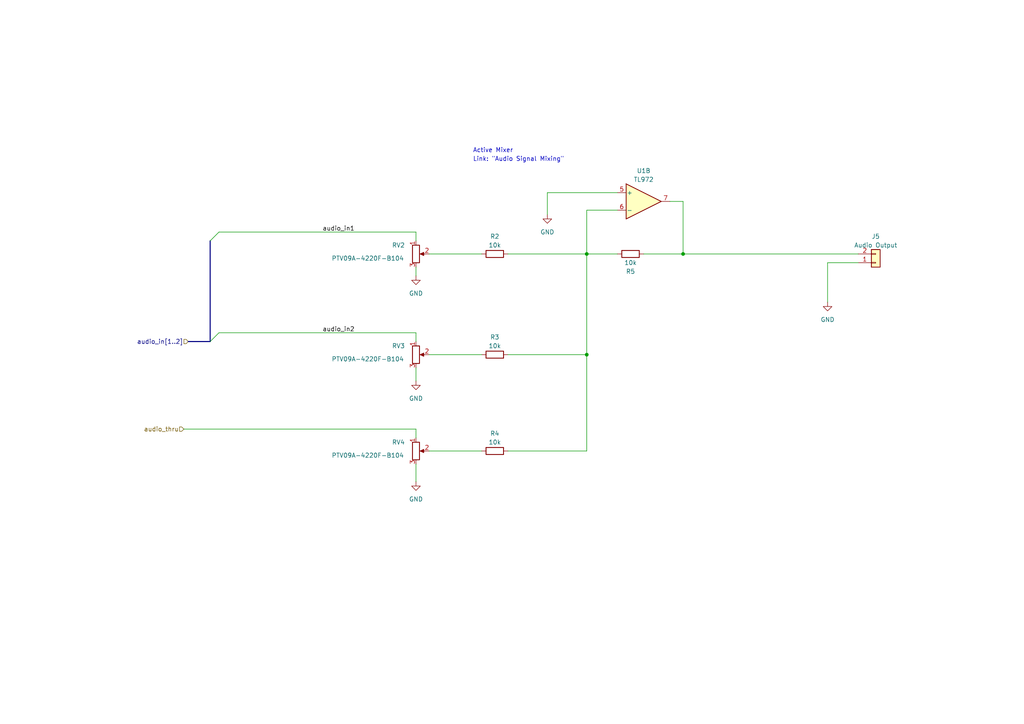
<source format=kicad_sch>
(kicad_sch (version 20230121) (generator eeschema)
  (paper "A4")
  (lib_symbols
    (symbol "Amplifier_Operational:TL072" (pin_names (offset 0.127))
      (property "Reference" "U" (at 0 5.08 0))
      (property "Value" "TL072" (at 0 -5.08 0))
      (symbol "TL072_1_1"
        (polyline (pts (xy -5.08 5.08) (xy 5.08 0) (xy -5.08 -5.08) (xy -5.08 5.08)) (stroke (width 0.254)) (fill (type background)))
        (pin output line (at 7.62 0 180) (length 2.54) (name "~") (number "1"))
        (pin input line (at -7.62 -2.54 0) (length 2.54) (name "-") (number "2"))
        (pin input line (at -7.62 2.54 0) (length 2.54) (name "+") (number "3"))
      )
      (symbol "TL072_2_1"
        (polyline (pts (xy -5.08 5.08) (xy 5.08 0) (xy -5.08 -5.08) (xy -5.08 5.08)) (stroke (width 0.254)) (fill (type background)))
        (pin input line (at -7.62 2.54 0) (length 2.54) (name "+") (number "5"))
        (pin input line (at -7.62 -2.54 0) (length 2.54) (name "-") (number "6"))
        (pin output line (at 7.62 0 180) (length 2.54) (name "~") (number "7"))
      )
      (symbol "TL072_3_1"
        (pin power_in line (at -2.54 -7.62 90) (length 3.81) (name "V-") (number "4"))
        (pin power_in line (at -2.54 7.62 270) (length 3.81) (name "V+") (number "8"))
      )
    )
    (symbol "Connector_Generic:Conn_01x02" (pin_names (offset 1.016) hide)
      (property "Reference" "J" (at 0 2.54 0))
      (property "Value" "Conn_01x02" (at 0 -5.08 0))
      (symbol "Conn_01x02_1_1"
        (rectangle (start -1.27 -2.413) (end 0 -2.667) (stroke (width 0.1524)))
        (rectangle (start -1.27 0.127) (end 0 -0.127) (stroke (width 0.1524)))
        (rectangle (start -1.27 1.27) (end 1.27 -3.81) (stroke (width 0.254)) (fill (type background)))
        (pin passive line (at -5.08 0 0) (length 3.81) (name "Pin_1") (number "1"))
        (pin passive line (at -5.08 -2.54 0) (length 3.81) (name "Pin_2") (number "2"))
      )
    )
    (symbol "Device:R" (pin_numbers hide) (pin_names (offset 0))
      (property "Reference" "R" (at 2.032 0 90))
      (property "Value" "R" (at 0 0 90))
      (symbol "R_0_1"
        (rectangle (start -1.016 -2.54) (end 1.016 2.54) (stroke (width 0.254)))
      )
      (symbol "R_1_1"
        (pin passive line (at 0 3.81 270) (length 1.27) (name "~") (number "1"))
        (pin passive line (at 0 -3.81 90) (length 1.27) (name "~") (number "2"))
      )
    )
    (symbol "Device:R_Potentiometer" (pin_names (offset 1.016) hide)
      (property "Reference" "RV" (at -4.445 0 90))
      (property "Value" "R_Potentiometer" (at -2.54 0 90))
      (symbol "R_Potentiometer_0_1"
        (polyline (pts (xy 2.54 0) (xy 1.524 0)))
        (polyline (pts (xy 1.143 0) (xy 2.286 0.508) (xy 2.286 -0.508) (xy 1.143 0)) (fill (type outline)))
        (rectangle (start 1.016 2.54) (end -1.016 -2.54) (stroke (width 0.254)))
      )
      (symbol "R_Potentiometer_1_1"
        (pin passive line (at 0 3.81 270) (length 1.27) (name "1") (number "1"))
        (pin passive line (at 3.81 0 180) (length 1.27) (name "2") (number "2"))
        (pin passive line (at 0 -3.81 90) (length 1.27) (name "3") (number "3"))
      )
    )
    (symbol "power:GND" (power) (pin_names (offset 0))
      (property "Value" "GND" (at 0 -3.81 0))
      (symbol "GND_0_1"
        (polyline (pts (xy 0 0) (xy 0 -1.27) (xy 1.27 -1.27) (xy 0 -2.54) (xy -1.27 -1.27) (xy 0 -1.27)))
      )
      (symbol "GND_1_1"
        (pin power_in line (at 0 0 270) (length 0) hide (name "GND") (number "1"))
      )
    )
  )
  (junction (at 198.12 73.66))
  (junction (at 170.18 102.87))
  (junction (at 170.18 73.66))
  (bus_entry (at 60.96 69.85) (size 2.54 -2.54))
  (bus_entry (at 60.96 99.06) (size 2.54 -2.54))
  (wire (pts (xy 147.32 73.66) (xy 170.18 73.66)))
  (wire (pts (xy 147.32 102.87) (xy 170.18 102.87)))
  (wire (pts (xy 120.65 127) (xy 120.65 124.46)))
  (wire (pts (xy 124.46 73.66) (xy 139.7 73.66)))
  (wire (pts (xy 120.65 77.47) (xy 120.65 80.01)))
  (wire (pts (xy 120.65 99.06) (xy 120.65 96.52)))
  (wire (pts (xy 170.18 73.66) (xy 170.18 102.87)))
  (wire (pts (xy 248.92 76.2) (xy 240.03 76.2)))
  (wire (pts (xy 170.18 60.96) (xy 170.18 73.66)))
  (wire (pts (xy 120.65 106.68) (xy 120.65 110.49)))
  (wire (pts (xy 120.65 69.85) (xy 120.65 67.31)))
  (wire (pts (xy 147.32 130.81) (xy 170.18 130.81)))
  (wire (pts (xy 124.46 102.87) (xy 139.7 102.87)))
  (bus (pts (xy 60.96 99.06) (xy 54.61 99.06)))
  (wire (pts (xy 198.12 58.42) (xy 194.31 58.42)))
  (wire (pts (xy 158.75 55.88) (xy 179.07 55.88)))
  (wire (pts (xy 124.46 130.81) (xy 139.7 130.81)))
  (wire (pts (xy 158.75 55.88) (xy 158.75 62.23)))
  (wire (pts (xy 170.18 102.87) (xy 170.18 130.81)))
  (wire (pts (xy 198.12 58.42) (xy 198.12 73.66)))
  (wire (pts (xy 240.03 76.2) (xy 240.03 87.63)))
  (wire (pts (xy 53.34 124.46) (xy 120.65 124.46)))
  (wire (pts (xy 63.5 96.52) (xy 120.65 96.52)))
  (bus (pts (xy 60.96 69.85) (xy 60.96 99.06)))
  (wire (pts (xy 120.65 134.62) (xy 120.65 139.7)))
  (wire (pts (xy 186.69 73.66) (xy 198.12 73.66)))
  (wire (pts (xy 63.5 67.31) (xy 120.65 67.31)))
  (wire (pts (xy 198.12 73.66) (xy 248.92 73.66)))
  (wire (pts (xy 170.18 60.96) (xy 179.07 60.96)))
  (wire (pts (xy 170.18 73.66) (xy 179.07 73.66)))
  (text "Link: \"Audio Signal Mixing\"" (at 137.16 46.99 0) (effects (font (size 1.27 1.27)) (justify left bottom)))
  (text "Active Mixer" (at 137.16 44.45 0) (effects (font (size 1.27 1.27)) (justify left bottom)))
  (label "audio_in1" (at 102.87 67.31 180))
  (label "audio_in2" (at 102.87 96.52 180))
  (hierarchical_label "audio_thru" (shape input) (at 53.34 124.46 180))
  (hierarchical_label "audio_in[1..2]" (shape input) (at 54.61 99.06 180))
  (symbol (lib_id "Device:R") (at 143.51 102.87 90) (unit 1)
    (property "Reference" "R3" (at 143.51 97.79 90))
    (property "Value" "10k" (at 143.51 100.33 90))
    (property "Footprint" "Resistor_SMD:R_0805_2012Metric_Pad1.20x1.40mm_HandSolder" (effects hide))
  )
  (symbol (lib_id "Device:R") (at 143.51 73.66 90) (unit 1)
    (property "Reference" "R2" (at 143.51 68.58 90))
    (property "Value" "10k" (at 143.51 71.12 90))
    (property "Footprint" "Resistor_SMD:R_0805_2012Metric_Pad1.20x1.40mm_HandSolder" (effects hide))
  )
  (symbol (lib_id "Device:R_Potentiometer") (at 120.65 130.81 0) (unit 1)
    (property "Reference" "RV4" (at 115.57 128.27 0))
    (property "Value" "PTV09A-4220F-B104" (at 106.68 132.08 0))
    (property "Footprint" "Potentiometer_THT:Potentiometer_Alpha_RD901F-40-00D_Single_Vertical" (effects hide))
    (property "Datasheet" "${KIPRJMOD}/../../docs/datasheet/ptv09.pdf" (effects hide))
  )
  (symbol (lib_id "Device:R") (at 182.88 73.66 90) (mirror x) (unit 1)
    (property "Reference" "R5" (at 182.88 78.74 90))
    (property "Value" "10k" (at 182.88 76.2 90))
    (property "Footprint" "Resistor_SMD:R_0805_2012Metric_Pad1.20x1.40mm_HandSolder" (effects hide))
  )
  (symbol (lib_id "Device:R_Potentiometer") (at 120.65 73.66 0) (unit 1)
    (property "Reference" "RV2" (at 115.57 71.12 0))
    (property "Value" "PTV09A-4220F-B104" (at 106.68 74.93 0))
    (property "Footprint" "Potentiometer_THT:Potentiometer_Alpha_RD901F-40-00D_Single_Vertical" (effects hide))
    (property "Datasheet" "${KIPRJMOD}/../../docs/datasheet/ptv09.pdf" (effects hide))
  )
  (symbol (lib_id "power:GND") (at 240.03 87.63 0) (unit 1)
    (property "Reference" "#PWR022" (effects hide))
    (property "Value" "GND" (at 240.03 92.71 0))
  )
  (symbol (lib_id "power:GND") (at 120.65 139.7 0) (unit 1)
    (property "Reference" "#PWR020" (effects hide))
    (property "Value" "GND" (at 120.65 144.78 0))
  )
  (symbol (lib_id "power:GND") (at 120.65 80.01 0) (unit 1)
    (property "Reference" "#PWR018" (effects hide))
    (property "Value" "GND" (at 120.65 85.09 0))
  )
  (symbol (lib_id "power:GND") (at 158.75 62.23 0) (unit 1)
    (property "Reference" "#PWR021" (effects hide))
    (property "Value" "GND" (at 158.75 67.31 0))
  )
  (symbol (lib_id "power:GND") (at 120.65 110.49 0) (unit 1)
    (property "Reference" "#PWR019" (effects hide))
    (property "Value" "GND" (at 120.65 115.57 0))
  )
  (symbol (lib_id "Device:R_Potentiometer") (at 120.65 102.87 0) (unit 1)
    (property "Reference" "RV3" (at 115.57 100.33 0))
    (property "Value" "PTV09A-4220F-B104" (at 106.68 104.14 0))
    (property "Footprint" "Potentiometer_THT:Potentiometer_Alpha_RD901F-40-00D_Single_Vertical" (effects hide))
    (property "Datasheet" "${KIPRJMOD}/../../docs/datasheet/ptv09.pdf" (effects hide))
  )
  (symbol (lib_id "Device:R") (at 143.51 130.81 90) (unit 1)
    (property "Reference" "R4" (at 143.51 125.73 90))
    (property "Value" "10k" (at 143.51 128.27 90))
    (property "Footprint" "Resistor_SMD:R_0805_2012Metric_Pad1.20x1.40mm_HandSolder" (effects hide))
  )
  (symbol (lib_id "Connector_Generic:Conn_01x02") (at 254 76.2 0) (mirror x) (unit 1)
    (property "Reference" "J5" (at 254 68.58 0))
    (property "Value" "Audio Output" (at 254 71.12 0))
    (property "Footprint" "Connector_PinHeader_2.54mm:PinHeader_1x02_P2.54mm_Vertical" (effects hide))
  )
  (symbol (lib_id "Amplifier_Operational:TL072") (at 186.69 58.42 0) (unit 2)
    (property "Reference" "U1" (at 186.69 49.53 0))
    (property "Value" "TL972" (at 186.69 52.07 0))
    (property "Footprint" "Package_SO:SOIC-8_3.9x4.9mm_P1.27mm" (effects hide))
    (property "Datasheet" "${KIPRJMOD}/../../docs/datasheet/tl971.pdf" (effects hide))
  )
)
</source>
